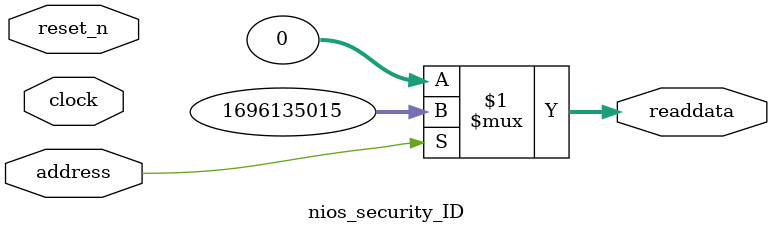
<source format=v>



// synthesis translate_off
`timescale 1ns / 1ps
// synthesis translate_on

// turn off superfluous verilog processor warnings 
// altera message_level Level1 
// altera message_off 10034 10035 10036 10037 10230 10240 10030 

module nios_security_ID (
               // inputs:
                address,
                clock,
                reset_n,

               // outputs:
                readdata
             )
;

  output  [ 31: 0] readdata;
  input            address;
  input            clock;
  input            reset_n;

  wire    [ 31: 0] readdata;
  //control_slave, which is an e_avalon_slave
  assign readdata = address ? 1696135015 : 0;

endmodule



</source>
